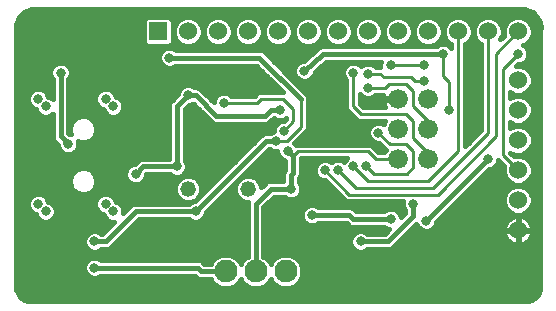
<source format=gbl>
G75*
G70*
%OFA0B0*%
%FSLAX24Y24*%
%IPPOS*%
%LPD*%
%AMOC8*
5,1,8,0,0,1.08239X$1,22.5*
%
%ADD10C,0.0520*%
%ADD11R,0.0600X0.0600*%
%ADD12C,0.0600*%
%ADD13C,0.0760*%
%ADD14C,0.0660*%
%ADD15C,0.0317*%
%ADD16C,0.0160*%
%ADD17C,0.0100*%
D10*
X006430Y004430D03*
X008430Y004430D03*
D11*
X005430Y009680D03*
D12*
X006430Y009680D03*
X007430Y009680D03*
X008430Y009680D03*
X009430Y009680D03*
X010430Y009680D03*
X011430Y009680D03*
X012430Y009680D03*
X013430Y009680D03*
X014430Y009680D03*
X015430Y009680D03*
X016430Y009680D03*
X017430Y009680D03*
X017430Y008055D03*
X017430Y007055D03*
X017430Y006055D03*
X017430Y005055D03*
X017430Y004055D03*
X017430Y003055D03*
D13*
X009680Y001680D03*
X008680Y001680D03*
X007680Y001680D03*
D14*
X013430Y005430D03*
X014430Y005430D03*
X014430Y006430D03*
X013430Y006430D03*
X013430Y007430D03*
X014430Y007430D03*
D15*
X015117Y007055D03*
X015805Y007493D03*
X014305Y008024D03*
X014305Y008555D03*
X014930Y008930D03*
X013180Y008555D03*
X012430Y008274D03*
X011930Y008305D03*
X012430Y007805D03*
X010305Y008368D03*
X009493Y007055D03*
X009617Y006367D03*
X009368Y006024D03*
X009743Y005711D03*
X010305Y004930D03*
X010992Y005055D03*
X011425Y005060D03*
X011930Y005180D03*
X012367Y005180D03*
X012774Y006305D03*
X009868Y004430D03*
X010555Y003555D03*
X012180Y002680D03*
X013180Y003430D03*
X012305Y003805D03*
X013930Y003930D03*
X014367Y003367D03*
X016430Y005430D03*
X017430Y008930D03*
X008430Y006211D03*
X007617Y007305D03*
X006430Y007555D03*
X007368Y008368D03*
X005805Y008805D03*
X003680Y007430D03*
X003930Y007180D03*
X002180Y008305D03*
X001430Y007430D03*
X001680Y007180D03*
X002430Y005930D03*
X004680Y004930D03*
X006055Y005180D03*
X006680Y003680D03*
X003930Y003680D03*
X003680Y003930D03*
X003305Y002680D03*
X003305Y001805D03*
X001680Y003680D03*
X001430Y003930D03*
D16*
X000834Y000834D02*
X000958Y000743D01*
X001103Y000696D01*
X001180Y000690D01*
X017680Y000690D01*
X017757Y000696D01*
X017902Y000743D01*
X018026Y000834D01*
X018117Y000958D01*
X018164Y001103D01*
X018170Y001180D01*
X018170Y009647D01*
X018165Y009666D01*
X018170Y009698D01*
X018170Y009732D01*
X018174Y009742D01*
X018179Y009814D01*
X018145Y010007D01*
X018054Y010179D01*
X017914Y010315D01*
X017739Y010401D01*
X017655Y010420D01*
X001205Y010420D01*
X001121Y010401D01*
X000946Y010315D01*
X000806Y010179D01*
X000715Y010007D01*
X000681Y009814D01*
X000686Y009742D01*
X000690Y009732D01*
X000690Y009698D01*
X000695Y009666D01*
X000690Y009647D01*
X000690Y001180D01*
X000696Y001103D01*
X000743Y000958D01*
X000834Y000834D01*
X000781Y000906D02*
X018079Y000906D01*
X018151Y001064D02*
X000709Y001064D01*
X000690Y001223D02*
X007346Y001223D01*
X007363Y001205D02*
X007205Y001363D01*
X007182Y001420D01*
X006816Y001420D01*
X006720Y001460D01*
X006647Y001533D01*
X006635Y001545D01*
X003524Y001545D01*
X003497Y001518D01*
X003372Y001466D01*
X003238Y001466D01*
X003113Y001518D01*
X003018Y001613D01*
X002966Y001738D01*
X002966Y001872D01*
X003018Y001997D01*
X003113Y002092D01*
X003238Y002144D01*
X003372Y002144D01*
X003497Y002092D01*
X003524Y002065D01*
X006794Y002065D01*
X006890Y002025D01*
X006975Y001940D01*
X007182Y001940D01*
X007205Y001997D01*
X007363Y002155D01*
X007569Y002240D01*
X007791Y002240D01*
X007997Y002155D01*
X008155Y001997D01*
X008180Y001936D01*
X008205Y001997D01*
X008363Y002155D01*
X008420Y002178D01*
X008420Y003982D01*
X008423Y003990D01*
X008342Y003990D01*
X008181Y004057D01*
X008057Y004181D01*
X007990Y004342D01*
X007990Y004518D01*
X008057Y004679D01*
X008181Y004803D01*
X008342Y004870D01*
X008518Y004870D01*
X008679Y004803D01*
X008803Y004679D01*
X008870Y004518D01*
X008870Y004488D01*
X008960Y004577D01*
X008960Y004577D01*
X009033Y004650D01*
X009128Y004690D01*
X009608Y004690D01*
X009608Y004950D01*
X009647Y005046D01*
X009670Y005069D01*
X009670Y005375D01*
X009551Y005424D01*
X009455Y005519D01*
X009404Y005644D01*
X009404Y005685D01*
X009300Y005685D01*
X009176Y005737D01*
X009149Y005764D01*
X009131Y005764D01*
X008994Y005626D01*
X008994Y005626D01*
X008960Y005593D01*
X008921Y005553D01*
X008921Y005553D01*
X007019Y003651D01*
X007019Y003613D01*
X006967Y003488D01*
X006872Y003393D01*
X006747Y003341D01*
X006613Y003341D01*
X006488Y003393D01*
X006461Y003420D01*
X004788Y003420D01*
X003827Y002460D01*
X003732Y002420D01*
X003524Y002420D01*
X003497Y002393D01*
X003372Y002341D01*
X003238Y002341D01*
X003113Y002393D01*
X003018Y002488D01*
X002966Y002613D01*
X002966Y002747D01*
X003018Y002872D01*
X003113Y002967D01*
X003238Y003019D01*
X003372Y003019D01*
X003497Y002967D01*
X003524Y002940D01*
X003572Y002940D01*
X003974Y003341D01*
X003863Y003341D01*
X003738Y003393D01*
X003643Y003488D01*
X003598Y003598D01*
X003488Y003643D01*
X003393Y003738D01*
X003341Y003863D01*
X003341Y003997D01*
X003393Y004122D01*
X003488Y004217D01*
X003613Y004269D01*
X003747Y004269D01*
X003872Y004217D01*
X003967Y004122D01*
X004012Y004012D01*
X004122Y003967D01*
X004217Y003872D01*
X004269Y003747D01*
X004269Y003636D01*
X004533Y003900D01*
X004628Y003940D01*
X006461Y003940D01*
X006488Y003967D01*
X006613Y004019D01*
X006651Y004019D01*
X008585Y005953D01*
X008803Y006171D01*
X008803Y006171D01*
X008842Y006209D01*
X008876Y006244D01*
X008876Y006244D01*
X008876Y006244D01*
X008924Y006264D01*
X008972Y006284D01*
X008972Y006284D01*
X009024Y006284D01*
X009075Y006284D01*
X009075Y006284D01*
X009148Y006284D01*
X009176Y006311D01*
X009279Y006354D01*
X009279Y006435D01*
X009330Y006559D01*
X009426Y006655D01*
X009550Y006706D01*
X009631Y006706D01*
X009700Y006775D01*
X009700Y006783D01*
X009684Y006768D01*
X009560Y006716D01*
X009425Y006716D01*
X009301Y006768D01*
X009281Y006788D01*
X009175Y006682D01*
X009140Y006647D01*
X009140Y006647D01*
X009140Y006647D01*
X009092Y006627D01*
X009044Y006608D01*
X009044Y006608D01*
X009044Y006608D01*
X008993Y006608D01*
X007419Y006607D01*
X007419Y006607D01*
X007367Y006607D01*
X007316Y006607D01*
X007316Y006607D01*
X007316Y006607D01*
X007266Y006628D01*
X007220Y006647D01*
X007220Y006647D01*
X007184Y006683D01*
X007147Y006720D01*
X007147Y006720D01*
X006606Y007261D01*
X006497Y007216D01*
X006459Y007216D01*
X006315Y007072D01*
X006315Y005399D01*
X006342Y005372D01*
X006394Y005247D01*
X006394Y005113D01*
X006342Y004988D01*
X006247Y004893D01*
X006122Y004841D01*
X005988Y004841D01*
X005863Y004893D01*
X005836Y004920D01*
X005038Y004920D01*
X005019Y004901D01*
X005019Y004863D01*
X004967Y004738D01*
X004872Y004643D01*
X004747Y004591D01*
X004613Y004591D01*
X004488Y004643D01*
X004393Y004738D01*
X004341Y004863D01*
X004341Y004997D01*
X004393Y005122D01*
X004488Y005217D01*
X004613Y005269D01*
X004651Y005269D01*
X004783Y005400D01*
X004878Y005440D01*
X005795Y005440D01*
X005795Y007232D01*
X005835Y007327D01*
X006091Y007584D01*
X006091Y007622D01*
X006143Y007747D01*
X006238Y007842D01*
X006363Y007894D01*
X006497Y007894D01*
X006622Y007842D01*
X006649Y007815D01*
X006732Y007815D01*
X006827Y007775D01*
X007279Y007324D01*
X007279Y007372D01*
X007330Y007497D01*
X007426Y007592D01*
X007550Y007644D01*
X007685Y007644D01*
X007809Y007592D01*
X007867Y007535D01*
X008647Y007535D01*
X008706Y007593D01*
X008772Y007660D01*
X008772Y007660D01*
X008772Y007660D01*
X008868Y007660D01*
X009582Y007660D01*
X008697Y008545D01*
X006024Y008545D01*
X005997Y008518D01*
X005872Y008466D01*
X005738Y008466D01*
X005613Y008518D01*
X005518Y008613D01*
X005466Y008738D01*
X005466Y008872D01*
X005518Y008997D01*
X005613Y009092D01*
X005738Y009144D01*
X005872Y009144D01*
X005997Y009092D01*
X006024Y009065D01*
X008857Y009065D01*
X008952Y009025D01*
X010400Y007577D01*
X010440Y007482D01*
X010440Y007378D01*
X010410Y007306D01*
X010410Y006492D01*
X010410Y006397D01*
X010410Y006397D01*
X010338Y006325D01*
X009973Y005960D01*
X010023Y005910D01*
X012525Y005910D01*
X012660Y005775D01*
X012775Y005660D01*
X012973Y005660D01*
X012998Y005719D01*
X013016Y005737D01*
X012919Y005835D01*
X012787Y005966D01*
X012706Y005966D01*
X012582Y006018D01*
X012487Y006113D01*
X012435Y006238D01*
X012435Y006372D01*
X012487Y006497D01*
X012582Y006592D01*
X012706Y006644D01*
X012841Y006644D01*
X012948Y006599D01*
X012990Y006700D01*
X012085Y006700D01*
X011835Y006950D01*
X011700Y007085D01*
X011700Y008056D01*
X011643Y008113D01*
X011591Y008238D01*
X011591Y008372D01*
X011643Y008497D01*
X011738Y008592D01*
X011863Y008644D01*
X011997Y008644D01*
X012122Y008592D01*
X012196Y008518D01*
X012238Y008561D01*
X012363Y008612D01*
X012497Y008612D01*
X012622Y008561D01*
X012679Y008504D01*
X012841Y008504D01*
X012841Y008622D01*
X012861Y008670D01*
X011030Y008670D01*
X010644Y008323D01*
X010644Y008300D01*
X010592Y008176D01*
X010497Y008080D01*
X010372Y008029D01*
X010238Y008029D01*
X010113Y008080D01*
X010018Y008176D01*
X009966Y008300D01*
X009966Y008435D01*
X010018Y008559D01*
X010113Y008655D01*
X010238Y008706D01*
X010293Y008706D01*
X010751Y009119D01*
X010783Y009150D01*
X010789Y009153D01*
X010795Y009158D01*
X010837Y009173D01*
X010878Y009190D01*
X010885Y009190D01*
X010892Y009192D01*
X010937Y009190D01*
X014711Y009190D01*
X014738Y009217D01*
X014863Y009269D01*
X014997Y009269D01*
X015122Y009217D01*
X015200Y009139D01*
X015200Y009256D01*
X015158Y009273D01*
X015023Y009408D01*
X014950Y009585D01*
X014950Y009775D01*
X015023Y009952D01*
X015158Y010087D01*
X015335Y010160D01*
X015525Y010160D01*
X015702Y010087D01*
X015837Y009952D01*
X015910Y009775D01*
X015910Y009585D01*
X015837Y009408D01*
X015702Y009273D01*
X015660Y009256D01*
X015660Y005860D01*
X016200Y006400D01*
X016200Y009256D01*
X016158Y009273D01*
X016023Y009408D01*
X015950Y009585D01*
X015950Y009775D01*
X016023Y009952D01*
X016158Y010087D01*
X016335Y010160D01*
X016525Y010160D01*
X016702Y010087D01*
X016837Y009952D01*
X016910Y009775D01*
X016910Y009585D01*
X016840Y009415D01*
X016967Y009543D01*
X016950Y009585D01*
X016950Y009775D01*
X017023Y009952D01*
X017158Y010087D01*
X017335Y010160D01*
X017525Y010160D01*
X017702Y010087D01*
X017837Y009952D01*
X017910Y009775D01*
X017910Y009585D01*
X017837Y009408D01*
X017702Y009273D01*
X017594Y009229D01*
X017622Y009217D01*
X017717Y009122D01*
X017769Y008997D01*
X017769Y008863D01*
X017717Y008738D01*
X017622Y008643D01*
X017497Y008591D01*
X017417Y008591D01*
X017360Y008535D01*
X017525Y008535D01*
X017702Y008462D01*
X017837Y008327D01*
X017910Y008150D01*
X017910Y007960D01*
X017837Y007783D01*
X017702Y007648D01*
X017525Y007575D01*
X017335Y007575D01*
X017160Y007647D01*
X017160Y007463D01*
X017335Y007535D01*
X017525Y007535D01*
X017702Y007462D01*
X017837Y007327D01*
X017910Y007150D01*
X017910Y006960D01*
X017837Y006783D01*
X017702Y006648D01*
X017525Y006575D01*
X017335Y006575D01*
X017160Y006647D01*
X017160Y006463D01*
X017335Y006535D01*
X017525Y006535D01*
X017702Y006462D01*
X017837Y006327D01*
X017910Y006150D01*
X017910Y005960D01*
X017837Y005783D01*
X017702Y005648D01*
X017525Y005575D01*
X017335Y005575D01*
X017165Y005645D01*
X017293Y005518D01*
X017335Y005535D01*
X017525Y005535D01*
X017702Y005462D01*
X017837Y005327D01*
X017910Y005150D01*
X017910Y004960D01*
X017837Y004783D01*
X017702Y004648D01*
X017525Y004575D01*
X017335Y004575D01*
X017158Y004648D01*
X017023Y004783D01*
X016950Y004960D01*
X016950Y005150D01*
X016967Y005192D01*
X016769Y005391D01*
X016769Y005363D01*
X016717Y005238D01*
X016622Y005143D01*
X016497Y005091D01*
X016459Y005091D01*
X014706Y003339D01*
X014706Y003300D01*
X014655Y003176D01*
X014559Y003080D01*
X014435Y003029D01*
X014300Y003029D01*
X014176Y003080D01*
X014080Y003176D01*
X014042Y003268D01*
X013234Y002460D01*
X013138Y002420D01*
X012399Y002420D01*
X012372Y002393D01*
X012247Y002341D01*
X012113Y002341D01*
X011988Y002393D01*
X011893Y002488D01*
X011841Y002613D01*
X011841Y002747D01*
X011893Y002872D01*
X011988Y002967D01*
X012113Y003019D01*
X012247Y003019D01*
X012372Y002967D01*
X012399Y002940D01*
X012979Y002940D01*
X013130Y003091D01*
X013113Y003091D01*
X012988Y003143D01*
X012961Y003170D01*
X011878Y003170D01*
X011783Y003210D01*
X011710Y003283D01*
X011697Y003295D01*
X010774Y003295D01*
X010747Y003268D01*
X010622Y003216D01*
X010488Y003216D01*
X010363Y003268D01*
X010268Y003363D01*
X010216Y003488D01*
X010216Y003622D01*
X010268Y003747D01*
X010363Y003842D01*
X010488Y003894D01*
X010622Y003894D01*
X010747Y003842D01*
X010774Y003815D01*
X011857Y003815D01*
X011952Y003775D01*
X012038Y003690D01*
X012961Y003690D01*
X012988Y003717D01*
X013113Y003769D01*
X013247Y003769D01*
X013372Y003717D01*
X013467Y003622D01*
X013519Y003497D01*
X013519Y003480D01*
X013670Y003631D01*
X013670Y003711D01*
X013643Y003738D01*
X013591Y003863D01*
X013591Y003997D01*
X013598Y004013D01*
X011805Y004013D01*
X011710Y004013D01*
X011710Y004013D01*
X011710Y004013D01*
X011646Y004077D01*
X011006Y004716D01*
X010925Y004716D01*
X010801Y004768D01*
X010705Y004863D01*
X010654Y004988D01*
X010654Y005122D01*
X010705Y005247D01*
X010801Y005342D01*
X010925Y005394D01*
X011060Y005394D01*
X011184Y005342D01*
X011206Y005320D01*
X011233Y005347D01*
X011358Y005398D01*
X011493Y005398D01*
X011617Y005347D01*
X011628Y005336D01*
X011643Y005372D01*
X011721Y005450D01*
X010190Y005450D01*
X010190Y004910D01*
X010150Y004814D01*
X010128Y004791D01*
X010128Y004649D01*
X010155Y004622D01*
X010206Y004497D01*
X010206Y004363D01*
X010155Y004238D01*
X010059Y004143D01*
X009935Y004091D01*
X009800Y004091D01*
X009676Y004143D01*
X009648Y004170D01*
X009288Y004170D01*
X008940Y003822D01*
X008940Y002178D01*
X008997Y002155D01*
X009155Y001997D01*
X009180Y001936D01*
X009205Y001997D01*
X009363Y002155D01*
X009569Y002240D01*
X009791Y002240D01*
X009997Y002155D01*
X010155Y001997D01*
X010240Y001791D01*
X010240Y001569D01*
X010155Y001363D01*
X009997Y001205D01*
X009791Y001120D01*
X009569Y001120D01*
X009363Y001205D01*
X009205Y001363D01*
X009180Y001424D01*
X009155Y001363D01*
X008997Y001205D01*
X008791Y001120D01*
X008569Y001120D01*
X008363Y001205D01*
X008205Y001363D01*
X008180Y001424D01*
X008155Y001363D01*
X007997Y001205D01*
X007791Y001120D01*
X007569Y001120D01*
X007363Y001205D01*
X007198Y001381D02*
X000690Y001381D01*
X000690Y001540D02*
X003091Y001540D01*
X002983Y001698D02*
X000690Y001698D01*
X000690Y001857D02*
X002966Y001857D01*
X003036Y002015D02*
X000690Y002015D01*
X000690Y002174D02*
X007408Y002174D01*
X007223Y002015D02*
X006900Y002015D01*
X006743Y001805D02*
X006868Y001680D01*
X007680Y001680D01*
X008137Y002015D02*
X008223Y002015D01*
X008408Y002174D02*
X007952Y002174D01*
X008420Y002332D02*
X000690Y002332D01*
X000690Y002491D02*
X003017Y002491D01*
X002966Y002649D02*
X000690Y002649D01*
X000690Y002808D02*
X002991Y002808D01*
X003112Y002966D02*
X000690Y002966D01*
X000690Y003125D02*
X003757Y003125D01*
X003915Y003283D02*
X000690Y003283D01*
X000690Y003442D02*
X001439Y003442D01*
X001393Y003488D02*
X001488Y003393D01*
X001613Y003341D01*
X001747Y003341D01*
X001872Y003393D01*
X001967Y003488D01*
X002019Y003613D01*
X002019Y003747D01*
X001967Y003872D01*
X001872Y003967D01*
X001762Y004012D01*
X001717Y004122D01*
X001622Y004217D01*
X001497Y004269D01*
X001363Y004269D01*
X001238Y004217D01*
X001143Y004122D01*
X001091Y003997D01*
X001091Y003863D01*
X001143Y003738D01*
X001238Y003643D01*
X001348Y003598D01*
X001393Y003488D01*
X001342Y003600D02*
X000690Y003600D01*
X000690Y003759D02*
X001134Y003759D01*
X001091Y003917D02*
X000690Y003917D01*
X000690Y004076D02*
X001124Y004076D01*
X001279Y004234D02*
X000690Y004234D01*
X000690Y004393D02*
X002608Y004393D01*
X002559Y004441D02*
X002682Y004318D01*
X002843Y004252D01*
X003017Y004252D01*
X003178Y004318D01*
X003301Y004441D01*
X003367Y004602D01*
X003367Y004776D01*
X003301Y004936D01*
X003178Y005059D01*
X003017Y005126D01*
X002843Y005126D01*
X002682Y005059D01*
X002559Y004936D01*
X002493Y004776D01*
X002493Y004602D01*
X002559Y004441D01*
X002514Y004551D02*
X000690Y004551D01*
X000690Y004710D02*
X002493Y004710D01*
X002531Y004868D02*
X000690Y004868D01*
X000690Y005027D02*
X002649Y005027D01*
X003211Y005027D02*
X004353Y005027D01*
X004456Y005185D02*
X000690Y005185D01*
X000690Y005344D02*
X004726Y005344D01*
X004930Y005180D02*
X004680Y004930D01*
X004341Y004868D02*
X003329Y004868D01*
X003367Y004710D02*
X004421Y004710D01*
X004939Y004710D02*
X006087Y004710D01*
X006057Y004679D02*
X005990Y004518D01*
X005990Y004342D01*
X006057Y004181D01*
X006181Y004057D01*
X006342Y003990D01*
X006518Y003990D01*
X006679Y004057D01*
X006803Y004181D01*
X006870Y004342D01*
X006870Y004518D01*
X006803Y004679D01*
X006679Y004803D01*
X006518Y004870D01*
X006342Y004870D01*
X006181Y004803D01*
X006057Y004679D01*
X006187Y004868D02*
X006338Y004868D01*
X006522Y004868D02*
X007500Y004868D01*
X007342Y004710D02*
X006773Y004710D01*
X006856Y004551D02*
X007183Y004551D01*
X007025Y004393D02*
X006870Y004393D01*
X006866Y004234D02*
X006825Y004234D01*
X006708Y004076D02*
X006698Y004076D01*
X006680Y003680D02*
X005055Y003680D01*
X004680Y003680D01*
X003680Y002680D01*
X003305Y002680D01*
X003498Y002966D02*
X003598Y002966D01*
X004017Y002649D02*
X008420Y002649D01*
X008420Y002491D02*
X003858Y002491D01*
X004175Y002808D02*
X008420Y002808D01*
X008420Y002966D02*
X004334Y002966D01*
X004492Y003125D02*
X008420Y003125D01*
X008420Y003283D02*
X004651Y003283D01*
X004391Y003759D02*
X004264Y003759D01*
X004172Y003917D02*
X004573Y003917D01*
X003986Y004076D02*
X006162Y004076D01*
X006035Y004234D02*
X003831Y004234D01*
X003529Y004234D02*
X001581Y004234D01*
X001736Y004076D02*
X003374Y004076D01*
X003341Y003917D02*
X001922Y003917D01*
X002014Y003759D02*
X003384Y003759D01*
X003592Y003600D02*
X002014Y003600D01*
X001921Y003442D02*
X003689Y003442D01*
X003252Y004393D02*
X005990Y004393D01*
X006004Y004551D02*
X003346Y004551D01*
X005019Y004868D02*
X005923Y004868D01*
X006358Y005027D02*
X007659Y005027D01*
X007817Y005185D02*
X006394Y005185D01*
X006055Y005180D02*
X006055Y007180D01*
X006430Y007555D01*
X006680Y007555D01*
X007368Y006867D01*
X008992Y006868D01*
X009180Y007055D01*
X009493Y007055D01*
X009687Y006770D02*
X009695Y006770D01*
X009382Y006612D02*
X009054Y006612D01*
X009263Y006770D02*
X009298Y006770D01*
X009286Y006453D02*
X006315Y006453D01*
X006315Y006612D02*
X007306Y006612D01*
X007220Y006647D02*
X007220Y006647D01*
X007097Y006770D02*
X006315Y006770D01*
X006315Y006929D02*
X006939Y006929D01*
X006780Y007087D02*
X006330Y007087D01*
X006568Y007246D02*
X006622Y007246D01*
X007040Y007563D02*
X007396Y007563D01*
X007292Y007404D02*
X007199Y007404D01*
X006882Y007721D02*
X009521Y007721D01*
X009363Y007880D02*
X006532Y007880D01*
X006328Y007880D02*
X002440Y007880D01*
X002440Y007721D02*
X003497Y007721D01*
X003488Y007717D02*
X003393Y007622D01*
X003341Y007497D01*
X003341Y007363D01*
X003393Y007238D01*
X003488Y007143D01*
X003598Y007098D01*
X003643Y006988D01*
X003738Y006893D01*
X003863Y006841D01*
X003997Y006841D01*
X004122Y006893D01*
X004217Y006988D01*
X004269Y007113D01*
X004269Y007247D01*
X004217Y007372D01*
X004122Y007467D01*
X004012Y007512D01*
X003967Y007622D01*
X003872Y007717D01*
X003747Y007769D01*
X003613Y007769D01*
X003488Y007717D01*
X003368Y007563D02*
X002440Y007563D01*
X002440Y007404D02*
X003341Y007404D01*
X003390Y007246D02*
X002440Y007246D01*
X002440Y007087D02*
X003602Y007087D01*
X003702Y006929D02*
X002440Y006929D01*
X002440Y006770D02*
X002661Y006770D01*
X002682Y006792D02*
X002559Y006669D01*
X002493Y006508D01*
X002493Y006334D01*
X002525Y006257D01*
X002497Y006269D01*
X002459Y006269D01*
X002440Y006288D01*
X002440Y008086D01*
X002467Y008113D01*
X002519Y008238D01*
X002519Y008372D01*
X002467Y008497D01*
X002372Y008592D01*
X002247Y008644D01*
X002113Y008644D01*
X001988Y008592D01*
X001893Y008497D01*
X001841Y008372D01*
X001841Y008238D01*
X001893Y008113D01*
X001920Y008086D01*
X001920Y007419D01*
X001872Y007467D01*
X001762Y007512D01*
X001717Y007622D01*
X001622Y007717D01*
X001497Y007769D01*
X001363Y007769D01*
X001238Y007717D01*
X001143Y007622D01*
X001091Y007497D01*
X001091Y007363D01*
X001143Y007238D01*
X001238Y007143D01*
X001348Y007098D01*
X001393Y006988D01*
X001488Y006893D01*
X001613Y006841D01*
X001747Y006841D01*
X001872Y006893D01*
X001920Y006941D01*
X001920Y006128D01*
X001960Y006033D01*
X002033Y005960D01*
X002091Y005901D01*
X002091Y005863D01*
X002143Y005738D01*
X002238Y005643D01*
X002363Y005591D01*
X002497Y005591D01*
X002622Y005643D01*
X002717Y005738D01*
X002769Y005863D01*
X002769Y005997D01*
X002760Y006018D01*
X002843Y005984D01*
X003017Y005984D01*
X003178Y006051D01*
X003301Y006174D01*
X003367Y006334D01*
X003367Y006508D01*
X003301Y006669D01*
X003178Y006792D01*
X003017Y006858D01*
X002843Y006858D01*
X002682Y006792D01*
X002536Y006612D02*
X002440Y006612D01*
X002440Y006453D02*
X002493Y006453D01*
X002509Y006295D02*
X002440Y006295D01*
X002180Y006180D02*
X002180Y008305D01*
X002502Y008197D02*
X009046Y008197D01*
X009204Y008038D02*
X002440Y008038D01*
X001920Y008038D02*
X000690Y008038D01*
X000690Y008197D02*
X001858Y008197D01*
X001841Y008355D02*
X000690Y008355D01*
X000690Y008514D02*
X001909Y008514D01*
X002451Y008514D02*
X005624Y008514D01*
X005493Y008672D02*
X000690Y008672D01*
X000690Y008831D02*
X005466Y008831D01*
X005515Y008989D02*
X000690Y008989D01*
X000690Y009148D02*
X010780Y009148D01*
X010702Y009273D02*
X010837Y009408D01*
X010910Y009585D01*
X010910Y009775D01*
X010837Y009952D01*
X010702Y010087D01*
X010525Y010160D01*
X010335Y010160D01*
X010158Y010087D01*
X010023Y009952D01*
X009950Y009775D01*
X009950Y009585D01*
X010023Y009408D01*
X010158Y009273D01*
X010335Y009200D01*
X010525Y009200D01*
X010702Y009273D01*
X010735Y009306D02*
X011125Y009306D01*
X011158Y009273D02*
X011023Y009408D01*
X010950Y009585D01*
X010950Y009775D01*
X011023Y009952D01*
X011158Y010087D01*
X011335Y010160D01*
X011525Y010160D01*
X011702Y010087D01*
X011837Y009952D01*
X011910Y009775D01*
X011910Y009585D01*
X011837Y009408D01*
X011702Y009273D01*
X011525Y009200D01*
X011335Y009200D01*
X011158Y009273D01*
X011000Y009465D02*
X010860Y009465D01*
X010910Y009623D02*
X010950Y009623D01*
X010953Y009782D02*
X010907Y009782D01*
X010842Y009940D02*
X011018Y009940D01*
X011186Y010099D02*
X010674Y010099D01*
X010186Y010099D02*
X009674Y010099D01*
X009702Y010087D02*
X009525Y010160D01*
X009335Y010160D01*
X009158Y010087D01*
X009023Y009952D01*
X008950Y009775D01*
X008950Y009585D01*
X009023Y009408D01*
X009158Y009273D01*
X009335Y009200D01*
X009525Y009200D01*
X009702Y009273D01*
X009837Y009408D01*
X009910Y009585D01*
X009910Y009775D01*
X009837Y009952D01*
X009702Y010087D01*
X009842Y009940D02*
X010018Y009940D01*
X009953Y009782D02*
X009907Y009782D01*
X009910Y009623D02*
X009950Y009623D01*
X010000Y009465D02*
X009860Y009465D01*
X009735Y009306D02*
X010125Y009306D01*
X010607Y008989D02*
X008989Y008989D01*
X009147Y008831D02*
X010431Y008831D01*
X010155Y008672D02*
X009306Y008672D01*
X009464Y008514D02*
X009999Y008514D01*
X009966Y008355D02*
X009623Y008355D01*
X009781Y008197D02*
X010009Y008197D01*
X009940Y008038D02*
X010215Y008038D01*
X010395Y008038D02*
X011700Y008038D01*
X011608Y008197D02*
X010601Y008197D01*
X010680Y008355D02*
X011591Y008355D01*
X011659Y008514D02*
X010856Y008514D01*
X010930Y008930D02*
X010305Y008368D01*
X010098Y007880D02*
X011700Y007880D01*
X011700Y007721D02*
X010257Y007721D01*
X010407Y007563D02*
X011700Y007563D01*
X011700Y007404D02*
X010440Y007404D01*
X010410Y007246D02*
X011700Y007246D01*
X011700Y007087D02*
X010410Y007087D01*
X010410Y006929D02*
X011856Y006929D01*
X012015Y006770D02*
X010410Y006770D01*
X010410Y006612D02*
X012629Y006612D01*
X012468Y006453D02*
X010410Y006453D01*
X010410Y006397D02*
X010410Y006397D01*
X010307Y006295D02*
X012435Y006295D01*
X012477Y006136D02*
X010149Y006136D01*
X009990Y005978D02*
X012679Y005978D01*
X012616Y005819D02*
X012934Y005819D01*
X012973Y005661D02*
X012775Y005661D01*
X011631Y005344D02*
X011621Y005344D01*
X011230Y005344D02*
X011181Y005344D01*
X010804Y005344D02*
X010190Y005344D01*
X010190Y005185D02*
X010680Y005185D01*
X010654Y005027D02*
X010190Y005027D01*
X010173Y004868D02*
X010703Y004868D01*
X011013Y004710D02*
X010128Y004710D01*
X010184Y004551D02*
X011171Y004551D01*
X011330Y004393D02*
X010206Y004393D01*
X010151Y004234D02*
X011488Y004234D01*
X011647Y004076D02*
X009193Y004076D01*
X009035Y003917D02*
X013591Y003917D01*
X013930Y003930D02*
X013930Y003524D01*
X013086Y002680D01*
X012180Y002680D01*
X011866Y002808D02*
X008940Y002808D01*
X008940Y002966D02*
X011987Y002966D01*
X012373Y002966D02*
X013005Y002966D01*
X013032Y003125D02*
X008940Y003125D01*
X008940Y003283D02*
X010348Y003283D01*
X010235Y003442D02*
X008940Y003442D01*
X008940Y003600D02*
X010216Y003600D01*
X010279Y003759D02*
X008940Y003759D01*
X008680Y003930D02*
X008680Y001680D01*
X009137Y002015D02*
X009223Y002015D01*
X009408Y002174D02*
X008952Y002174D01*
X008940Y002332D02*
X018170Y002332D01*
X018170Y002174D02*
X009952Y002174D01*
X010137Y002015D02*
X018170Y002015D01*
X018170Y001857D02*
X010213Y001857D01*
X010240Y001698D02*
X018170Y001698D01*
X018170Y001540D02*
X010228Y001540D01*
X010162Y001381D02*
X018170Y001381D01*
X018170Y001223D02*
X010014Y001223D01*
X009346Y001223D02*
X009014Y001223D01*
X009162Y001381D02*
X009198Y001381D01*
X008346Y001223D02*
X008014Y001223D01*
X008162Y001381D02*
X008198Y001381D01*
X006743Y001805D02*
X003305Y001805D01*
X003519Y001540D02*
X006640Y001540D01*
X008940Y002491D02*
X011892Y002491D01*
X011841Y002649D02*
X008940Y002649D01*
X008420Y003442D02*
X006921Y003442D01*
X007014Y003600D02*
X008420Y003600D01*
X008420Y003759D02*
X007126Y003759D01*
X007285Y003917D02*
X008420Y003917D01*
X008162Y004076D02*
X007443Y004076D01*
X007602Y004234D02*
X008035Y004234D01*
X007990Y004393D02*
X007760Y004393D01*
X007919Y004551D02*
X008004Y004551D01*
X008077Y004710D02*
X008087Y004710D01*
X008236Y004868D02*
X008338Y004868D01*
X008522Y004868D02*
X009608Y004868D01*
X009608Y004710D02*
X008773Y004710D01*
X008856Y004551D02*
X008933Y004551D01*
X009180Y004430D02*
X008680Y003930D01*
X009180Y004430D02*
X009868Y004430D01*
X009868Y004899D01*
X009930Y004961D01*
X009930Y005524D01*
X009743Y005711D01*
X009473Y005502D02*
X008870Y005502D01*
X009028Y005661D02*
X009404Y005661D01*
X009670Y005344D02*
X008711Y005344D01*
X008553Y005185D02*
X009670Y005185D01*
X009639Y005027D02*
X008394Y005027D01*
X007976Y005344D02*
X006354Y005344D01*
X006315Y005502D02*
X008134Y005502D01*
X008293Y005661D02*
X006315Y005661D01*
X006315Y005819D02*
X008451Y005819D01*
X008610Y005978D02*
X006315Y005978D01*
X006315Y006136D02*
X008768Y006136D01*
X008972Y006284D02*
X008972Y006284D01*
X009159Y006295D02*
X006315Y006295D01*
X005795Y006295D02*
X003351Y006295D01*
X003263Y006136D02*
X005795Y006136D01*
X005795Y005978D02*
X002769Y005978D01*
X002751Y005819D02*
X005795Y005819D01*
X005795Y005661D02*
X002640Y005661D01*
X002220Y005661D02*
X000690Y005661D01*
X000690Y005502D02*
X005795Y005502D01*
X006055Y005180D02*
X004930Y005180D01*
X005795Y006453D02*
X003367Y006453D01*
X003324Y006612D02*
X005795Y006612D01*
X005795Y006770D02*
X003199Y006770D01*
X002430Y005930D02*
X002180Y006180D01*
X001920Y006136D02*
X000690Y006136D01*
X000690Y006295D02*
X001920Y006295D01*
X001920Y006453D02*
X000690Y006453D01*
X000690Y006612D02*
X001920Y006612D01*
X001920Y006770D02*
X000690Y006770D01*
X000690Y006929D02*
X001452Y006929D01*
X001352Y007087D02*
X000690Y007087D01*
X000690Y007246D02*
X001140Y007246D01*
X001091Y007404D02*
X000690Y007404D01*
X000690Y007563D02*
X001118Y007563D01*
X001247Y007721D02*
X000690Y007721D01*
X000690Y007880D02*
X001920Y007880D01*
X001920Y007721D02*
X001613Y007721D01*
X001742Y007563D02*
X001920Y007563D01*
X001908Y006929D02*
X001920Y006929D01*
X002015Y005978D02*
X000690Y005978D01*
X000690Y005819D02*
X002109Y005819D01*
X004158Y006929D02*
X005795Y006929D01*
X005795Y007087D02*
X004258Y007087D01*
X004269Y007246D02*
X005801Y007246D01*
X005911Y007404D02*
X004185Y007404D01*
X003992Y007563D02*
X006070Y007563D01*
X006132Y007721D02*
X003863Y007721D01*
X002519Y008355D02*
X008887Y008355D01*
X008729Y008514D02*
X005986Y008514D01*
X005805Y008805D02*
X008805Y008805D01*
X010180Y007430D01*
X008675Y007563D02*
X007839Y007563D01*
X007525Y009200D02*
X007335Y009200D01*
X007158Y009273D01*
X007023Y009408D01*
X006950Y009585D01*
X006950Y009775D01*
X007023Y009952D01*
X007158Y010087D01*
X007335Y010160D01*
X007525Y010160D01*
X007702Y010087D01*
X007837Y009952D01*
X007910Y009775D01*
X007910Y009585D01*
X007837Y009408D01*
X007702Y009273D01*
X007525Y009200D01*
X007735Y009306D02*
X008125Y009306D01*
X008158Y009273D02*
X008335Y009200D01*
X008525Y009200D01*
X008702Y009273D01*
X008837Y009408D01*
X008910Y009585D01*
X008910Y009775D01*
X008837Y009952D01*
X008702Y010087D01*
X008525Y010160D01*
X008335Y010160D01*
X008158Y010087D01*
X008023Y009952D01*
X007950Y009775D01*
X007950Y009585D01*
X008023Y009408D01*
X008158Y009273D01*
X008000Y009465D02*
X007860Y009465D01*
X007910Y009623D02*
X007950Y009623D01*
X007953Y009782D02*
X007907Y009782D01*
X007842Y009940D02*
X008018Y009940D01*
X008186Y010099D02*
X007674Y010099D01*
X007186Y010099D02*
X006674Y010099D01*
X006702Y010087D02*
X006525Y010160D01*
X006335Y010160D01*
X006158Y010087D01*
X006023Y009952D01*
X005950Y009775D01*
X005950Y009585D01*
X006023Y009408D01*
X006158Y009273D01*
X006335Y009200D01*
X006525Y009200D01*
X006702Y009273D01*
X006837Y009408D01*
X006910Y009585D01*
X006910Y009775D01*
X006837Y009952D01*
X006702Y010087D01*
X006842Y009940D02*
X007018Y009940D01*
X006953Y009782D02*
X006907Y009782D01*
X006910Y009623D02*
X006950Y009623D01*
X007000Y009465D02*
X006860Y009465D01*
X006735Y009306D02*
X007125Y009306D01*
X006125Y009306D02*
X005910Y009306D01*
X005910Y009305D02*
X005910Y010055D01*
X005805Y010160D01*
X005055Y010160D01*
X004950Y010055D01*
X004950Y009305D01*
X005055Y009200D01*
X005805Y009200D01*
X005910Y009305D01*
X005910Y009465D02*
X006000Y009465D01*
X005950Y009623D02*
X005910Y009623D01*
X005910Y009782D02*
X005953Y009782D01*
X005910Y009940D02*
X006018Y009940D01*
X005866Y010099D02*
X006186Y010099D01*
X004994Y010099D02*
X000763Y010099D01*
X000703Y009940D02*
X004950Y009940D01*
X004950Y009782D02*
X000683Y009782D01*
X000690Y009623D02*
X004950Y009623D01*
X004950Y009465D02*
X000690Y009465D01*
X000690Y009306D02*
X004950Y009306D01*
X008674Y010099D02*
X009186Y010099D01*
X009018Y009940D02*
X008842Y009940D01*
X008907Y009782D02*
X008953Y009782D01*
X008950Y009623D02*
X008910Y009623D01*
X008860Y009465D02*
X009000Y009465D01*
X009125Y009306D02*
X008735Y009306D01*
X010930Y008930D02*
X014930Y008930D01*
X015192Y009148D02*
X015200Y009148D01*
X015125Y009306D02*
X014735Y009306D01*
X014702Y009273D02*
X014525Y009200D01*
X014335Y009200D01*
X014158Y009273D01*
X014023Y009408D01*
X013950Y009585D01*
X013950Y009775D01*
X014023Y009952D01*
X014158Y010087D01*
X014335Y010160D01*
X014525Y010160D01*
X014702Y010087D01*
X014837Y009952D01*
X014910Y009775D01*
X014910Y009585D01*
X014837Y009408D01*
X014702Y009273D01*
X014860Y009465D02*
X015000Y009465D01*
X014950Y009623D02*
X014910Y009623D01*
X014907Y009782D02*
X014953Y009782D01*
X015018Y009940D02*
X014842Y009940D01*
X014674Y010099D02*
X015186Y010099D01*
X015674Y010099D02*
X016186Y010099D01*
X016018Y009940D02*
X015842Y009940D01*
X015907Y009782D02*
X015953Y009782D01*
X015950Y009623D02*
X015910Y009623D01*
X015860Y009465D02*
X016000Y009465D01*
X016125Y009306D02*
X015735Y009306D01*
X015660Y009148D02*
X016200Y009148D01*
X016200Y008989D02*
X015660Y008989D01*
X015660Y008831D02*
X016200Y008831D01*
X016200Y008672D02*
X015660Y008672D01*
X015660Y008514D02*
X016200Y008514D01*
X016200Y008355D02*
X015660Y008355D01*
X015660Y008197D02*
X016200Y008197D01*
X016200Y008038D02*
X015660Y008038D01*
X015660Y007880D02*
X016200Y007880D01*
X016200Y007721D02*
X015660Y007721D01*
X015660Y007563D02*
X016200Y007563D01*
X016200Y007404D02*
X015660Y007404D01*
X015660Y007246D02*
X016200Y007246D01*
X016200Y007087D02*
X015660Y007087D01*
X015660Y006929D02*
X016200Y006929D01*
X016200Y006770D02*
X015660Y006770D01*
X015660Y006612D02*
X016200Y006612D01*
X016200Y006453D02*
X015660Y006453D01*
X015660Y006295D02*
X016094Y006295D01*
X015936Y006136D02*
X015660Y006136D01*
X015660Y005978D02*
X015777Y005978D01*
X016430Y005430D02*
X014367Y003367D01*
X014699Y003283D02*
X017007Y003283D01*
X017019Y003307D02*
X016985Y003239D01*
X016962Y003167D01*
X016950Y003093D01*
X016950Y003075D01*
X017410Y003075D01*
X017410Y003535D01*
X017392Y003535D01*
X017318Y003523D01*
X017246Y003500D01*
X017178Y003466D01*
X017117Y003421D01*
X017064Y003368D01*
X017019Y003307D01*
X017145Y003442D02*
X014809Y003442D01*
X014968Y003600D02*
X017274Y003600D01*
X017335Y003575D02*
X017525Y003575D01*
X017702Y003648D01*
X017837Y003783D01*
X017910Y003960D01*
X017910Y004150D01*
X017837Y004327D01*
X017702Y004462D01*
X017525Y004535D01*
X017335Y004535D01*
X017158Y004462D01*
X017023Y004327D01*
X016950Y004150D01*
X016950Y003960D01*
X017023Y003783D01*
X017158Y003648D01*
X017335Y003575D01*
X017450Y003535D02*
X017468Y003535D01*
X017542Y003523D01*
X017614Y003500D01*
X017682Y003466D01*
X017743Y003421D01*
X017796Y003368D01*
X017841Y003307D01*
X017875Y003239D01*
X017898Y003167D01*
X017910Y003093D01*
X017910Y003075D01*
X017450Y003075D01*
X017450Y003035D01*
X017910Y003035D01*
X017910Y003017D01*
X017898Y002943D01*
X017875Y002871D01*
X017841Y002803D01*
X017796Y002742D01*
X017743Y002689D01*
X017682Y002644D01*
X017614Y002610D01*
X017542Y002587D01*
X017468Y002575D01*
X017450Y002575D01*
X017450Y003035D01*
X017410Y003035D01*
X017410Y002575D01*
X017392Y002575D01*
X017318Y002587D01*
X017246Y002610D01*
X017178Y002644D01*
X017117Y002689D01*
X017064Y002742D01*
X017019Y002803D01*
X016985Y002871D01*
X016962Y002943D01*
X016950Y003017D01*
X016950Y003035D01*
X017410Y003035D01*
X017410Y003075D01*
X017450Y003075D01*
X017450Y003535D01*
X017450Y003442D02*
X017410Y003442D01*
X017410Y003283D02*
X017450Y003283D01*
X017450Y003125D02*
X017410Y003125D01*
X017410Y002966D02*
X017450Y002966D01*
X017450Y002808D02*
X017410Y002808D01*
X017410Y002649D02*
X017450Y002649D01*
X017688Y002649D02*
X018170Y002649D01*
X018170Y002491D02*
X013264Y002491D01*
X013423Y002649D02*
X017172Y002649D01*
X017017Y002808D02*
X013581Y002808D01*
X013740Y002966D02*
X016958Y002966D01*
X016955Y003125D02*
X014604Y003125D01*
X014131Y003125D02*
X013898Y003125D01*
X013639Y003600D02*
X013476Y003600D01*
X013634Y003759D02*
X013272Y003759D01*
X013088Y003759D02*
X011969Y003759D01*
X011805Y003555D02*
X011930Y003430D01*
X013180Y003430D01*
X011805Y003555D02*
X010555Y003555D01*
X010762Y003283D02*
X011709Y003283D01*
X015126Y003759D02*
X017048Y003759D01*
X016968Y003917D02*
X015285Y003917D01*
X015443Y004076D02*
X016950Y004076D01*
X016985Y004234D02*
X015602Y004234D01*
X015760Y004393D02*
X017089Y004393D01*
X017097Y004710D02*
X016077Y004710D01*
X016236Y004868D02*
X016988Y004868D01*
X016950Y005027D02*
X016394Y005027D01*
X016664Y005185D02*
X016964Y005185D01*
X016816Y005344D02*
X016761Y005344D01*
X017605Y005502D02*
X018170Y005502D01*
X018170Y005344D02*
X017820Y005344D01*
X017896Y005185D02*
X018170Y005185D01*
X018170Y005027D02*
X017910Y005027D01*
X017872Y004868D02*
X018170Y004868D01*
X018170Y004710D02*
X017763Y004710D01*
X018170Y004551D02*
X015919Y004551D01*
X017586Y003600D02*
X018170Y003600D01*
X018170Y003759D02*
X017812Y003759D01*
X017892Y003917D02*
X018170Y003917D01*
X018170Y004076D02*
X017910Y004076D01*
X017875Y004234D02*
X018170Y004234D01*
X018170Y004393D02*
X017771Y004393D01*
X017715Y003442D02*
X018170Y003442D01*
X018170Y003283D02*
X017853Y003283D01*
X017905Y003125D02*
X018170Y003125D01*
X018170Y002966D02*
X017902Y002966D01*
X017843Y002808D02*
X018170Y002808D01*
X017907Y000747D02*
X000953Y000747D01*
X006680Y003680D02*
X008774Y005774D01*
X009024Y006024D01*
X009367Y006024D01*
X012160Y007275D02*
X012160Y007596D01*
X012238Y007518D01*
X012363Y007466D01*
X012497Y007466D01*
X012622Y007518D01*
X012679Y007575D01*
X012941Y007575D01*
X012933Y007549D01*
X012920Y007470D01*
X012920Y007448D01*
X013412Y007448D01*
X013412Y007412D01*
X012920Y007412D01*
X012920Y007390D01*
X012933Y007311D01*
X012957Y007234D01*
X012994Y007163D01*
X012996Y007160D01*
X012275Y007160D01*
X012160Y007275D01*
X012190Y007246D02*
X012954Y007246D01*
X012920Y007404D02*
X012160Y007404D01*
X012160Y007563D02*
X012193Y007563D01*
X012667Y007563D02*
X012937Y007563D01*
X012841Y008514D02*
X012669Y008514D01*
X012525Y009200D02*
X012335Y009200D01*
X012158Y009273D01*
X012023Y009408D01*
X011950Y009585D01*
X011950Y009775D01*
X012023Y009952D01*
X012158Y010087D01*
X012335Y010160D01*
X012525Y010160D01*
X012702Y010087D01*
X012837Y009952D01*
X012910Y009775D01*
X012910Y009585D01*
X012837Y009408D01*
X012702Y009273D01*
X012525Y009200D01*
X012735Y009306D02*
X013125Y009306D01*
X013158Y009273D02*
X013335Y009200D01*
X013525Y009200D01*
X013702Y009273D01*
X013837Y009408D01*
X013910Y009585D01*
X013910Y009775D01*
X013837Y009952D01*
X013702Y010087D01*
X013525Y010160D01*
X013335Y010160D01*
X013158Y010087D01*
X013023Y009952D01*
X012950Y009775D01*
X012950Y009585D01*
X013023Y009408D01*
X013158Y009273D01*
X013000Y009465D02*
X012860Y009465D01*
X012910Y009623D02*
X012950Y009623D01*
X012953Y009782D02*
X012907Y009782D01*
X012842Y009940D02*
X013018Y009940D01*
X013186Y010099D02*
X012674Y010099D01*
X012186Y010099D02*
X011674Y010099D01*
X011842Y009940D02*
X012018Y009940D01*
X011953Y009782D02*
X011907Y009782D01*
X011910Y009623D02*
X011950Y009623D01*
X012000Y009465D02*
X011860Y009465D01*
X011735Y009306D02*
X012125Y009306D01*
X013735Y009306D02*
X014125Y009306D01*
X014000Y009465D02*
X013860Y009465D01*
X013910Y009623D02*
X013950Y009623D01*
X013953Y009782D02*
X013907Y009782D01*
X013842Y009940D02*
X014018Y009940D01*
X014186Y010099D02*
X013674Y010099D01*
X016674Y010099D02*
X017186Y010099D01*
X017018Y009940D02*
X016842Y009940D01*
X016907Y009782D02*
X016953Y009782D01*
X016950Y009623D02*
X016910Y009623D01*
X016889Y009465D02*
X016860Y009465D01*
X017692Y009148D02*
X018170Y009148D01*
X018170Y009306D02*
X017735Y009306D01*
X017860Y009465D02*
X018170Y009465D01*
X018170Y009623D02*
X017910Y009623D01*
X017907Y009782D02*
X018177Y009782D01*
X018157Y009940D02*
X017842Y009940D01*
X017674Y010099D02*
X018097Y010099D01*
X017974Y010257D02*
X000886Y010257D01*
X001185Y010416D02*
X017675Y010416D01*
X017769Y008989D02*
X018170Y008989D01*
X018170Y008831D02*
X017755Y008831D01*
X017651Y008672D02*
X018170Y008672D01*
X018170Y008514D02*
X017577Y008514D01*
X017809Y008355D02*
X018170Y008355D01*
X018170Y008197D02*
X017891Y008197D01*
X017910Y008038D02*
X018170Y008038D01*
X018170Y007880D02*
X017877Y007880D01*
X017775Y007721D02*
X018170Y007721D01*
X018170Y007563D02*
X017160Y007563D01*
X017760Y007404D02*
X018170Y007404D01*
X018170Y007246D02*
X017871Y007246D01*
X017910Y007087D02*
X018170Y007087D01*
X018170Y006929D02*
X017897Y006929D01*
X017824Y006770D02*
X018170Y006770D01*
X018170Y006612D02*
X017614Y006612D01*
X017711Y006453D02*
X018170Y006453D01*
X018170Y006295D02*
X017850Y006295D01*
X017910Y006136D02*
X018170Y006136D01*
X018170Y005978D02*
X017910Y005978D01*
X017852Y005819D02*
X018170Y005819D01*
X018170Y005661D02*
X017714Y005661D01*
X017246Y006612D02*
X017160Y006612D01*
X012953Y006612D02*
X012919Y006612D01*
D17*
X012774Y006305D02*
X013149Y005930D01*
X013680Y005930D01*
X013930Y005680D01*
X013930Y005149D01*
X013711Y004930D01*
X012618Y004930D01*
X012367Y005180D01*
X012680Y005430D02*
X012430Y005680D01*
X010086Y005680D01*
X009930Y005524D01*
X009774Y005680D02*
X009743Y005711D01*
X009711Y006024D02*
X009368Y006024D01*
X009367Y006024D01*
X009711Y006024D02*
X010180Y006493D01*
X010180Y007430D01*
X009930Y007086D02*
X009680Y007336D01*
X009586Y007430D01*
X008868Y007430D01*
X008742Y007305D01*
X007617Y007305D01*
X009617Y006367D02*
X009930Y006680D01*
X009930Y007086D01*
X011930Y007180D02*
X011930Y008305D01*
X012430Y008274D02*
X012836Y008274D01*
X012961Y008149D01*
X013868Y008149D01*
X013993Y008024D01*
X014305Y008024D01*
X013930Y007680D02*
X013930Y007180D01*
X014430Y006680D01*
X014430Y006430D01*
X013930Y006680D02*
X013930Y006180D01*
X013930Y006118D01*
X014430Y005618D01*
X014430Y005430D01*
X014430Y004680D02*
X015430Y005680D01*
X015430Y009680D01*
X016430Y009680D02*
X016430Y006305D01*
X014586Y004461D01*
X012024Y004461D01*
X011425Y005060D01*
X010992Y005055D02*
X011805Y004243D01*
X014743Y004243D01*
X016680Y006180D01*
X016680Y008930D01*
X017430Y009680D01*
X017430Y008930D02*
X016930Y008430D01*
X016930Y005555D01*
X017430Y005055D01*
X014430Y004680D02*
X012430Y004680D01*
X011930Y005180D01*
X012680Y005430D02*
X013430Y005430D01*
X013930Y006680D02*
X013680Y006930D01*
X012180Y006930D01*
X011930Y007180D01*
X012430Y007805D02*
X012993Y007805D01*
X013118Y007930D01*
X013680Y007930D01*
X013930Y007680D01*
X014930Y008180D02*
X014930Y008930D01*
X014305Y008555D02*
X013180Y008555D01*
X014930Y008180D02*
X015118Y007993D01*
X015117Y007055D01*
M02*

</source>
